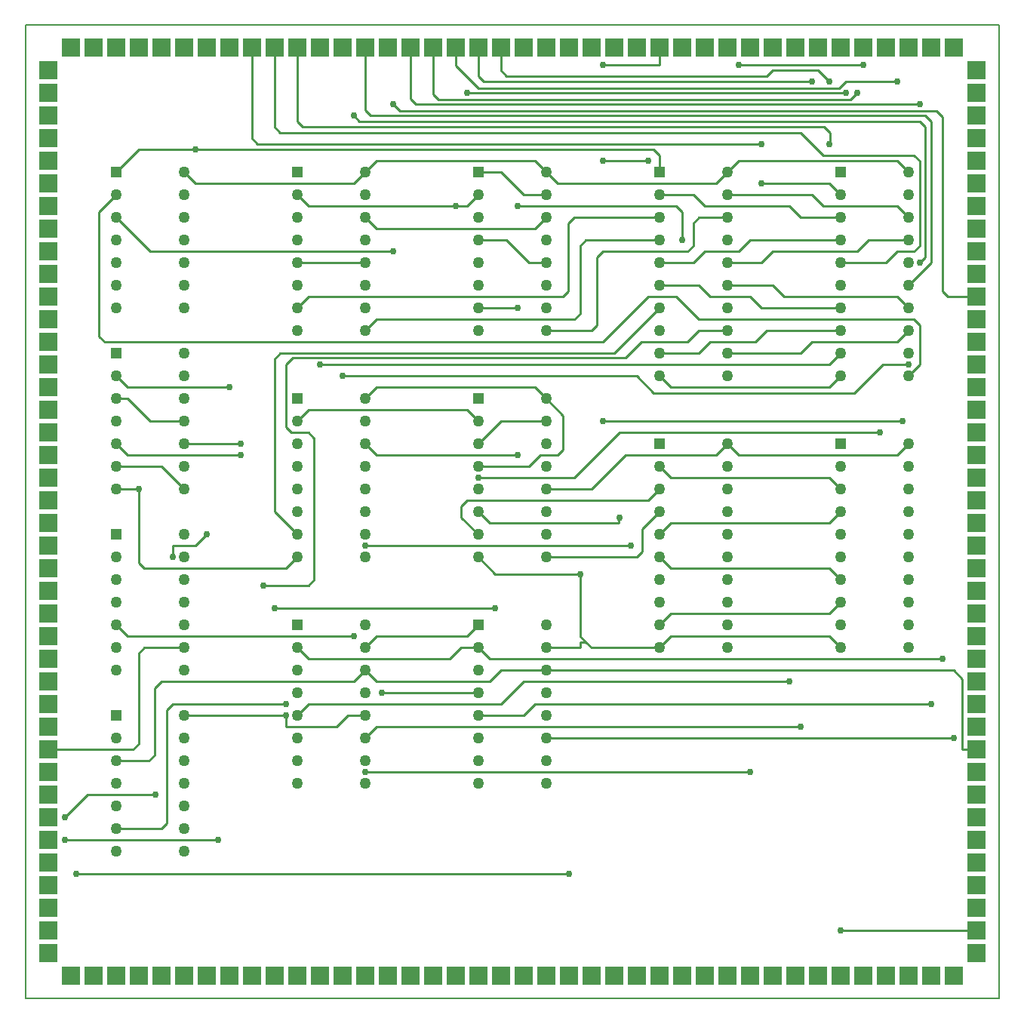
<source format=gbr>
G04 PROTEUS GERBER X2 FILE*
%TF.GenerationSoftware,Labcenter,Proteus,8.13-SP0-Build31525*%
%TF.CreationDate,2022-07-18T15:56:52+00:00*%
%TF.FileFunction,Copper,L1,Top*%
%TF.FilePolarity,Positive*%
%TF.Part,Single*%
%TF.SameCoordinates,{834004b6-de26-4565-9fcf-6b40b17824ff}*%
%FSLAX45Y45*%
%MOMM*%
G01*
%TA.AperFunction,Conductor*%
%ADD10C,0.254000*%
%TA.AperFunction,ViaPad*%
%ADD11C,0.762000*%
%TA.AperFunction,ComponentPad*%
%ADD12R,2.032000X2.032000*%
%TA.AperFunction,ComponentPad*%
%ADD13R,1.270000X1.270000*%
%ADD14C,1.270000*%
%TA.AperFunction,Profile*%
%ADD15C,0.203200*%
%TD.AperFunction*%
D10*
X+1651000Y+3302000D02*
X+2032000Y+3302000D01*
X+2159000Y+3175000D01*
X+3111500Y+3175000D01*
X+3238500Y+3048000D01*
X+3683000Y+3048000D01*
X+1651000Y+2540000D02*
X+2032000Y+2540000D01*
X+2159000Y+2667000D01*
X+2540000Y+2667000D01*
X+2667000Y+2794000D01*
X+3683000Y+2794000D01*
X+1651000Y+2286000D02*
X+2095500Y+2286000D01*
X+2222500Y+2159000D01*
X+2667000Y+2159000D01*
X+2794000Y+2032000D01*
X+3683000Y+2032000D01*
X+1651000Y+1524000D02*
X+2095500Y+1524000D01*
X+2222500Y+1651000D01*
X+2730500Y+1651000D01*
X+2857500Y+1778000D01*
X+3683000Y+1778000D01*
X+2413000Y+1524000D02*
X+3238500Y+1524000D01*
X+3365500Y+1651000D01*
X+4318000Y+1651000D01*
X+4445000Y+1778000D01*
X+2413000Y+2286000D02*
X+2921000Y+2286000D01*
X+3048000Y+2159000D01*
X+4318000Y+2159000D01*
X+4445000Y+2032000D01*
X+2413000Y+2540000D02*
X+2794000Y+2540000D01*
X+2921000Y+2667000D01*
X+3873500Y+2667000D01*
X+4000500Y+2794000D01*
X+4445000Y+2794000D01*
X+4445000Y+3048001D02*
X+4445000Y+3048000D01*
X+4318001Y+3175000D01*
X+3492500Y+3175000D01*
X+3365499Y+3302001D01*
X+2413000Y+3302000D01*
X+2413000Y+3302001D01*
X+1651000Y+254000D02*
X+1778000Y+127000D01*
X+3556000Y+127000D01*
X+3683000Y+0D01*
X+1651000Y-508000D02*
X+1778000Y-381000D01*
X+3556000Y-381000D01*
X+3683000Y-254000D01*
X+1651000Y-762000D02*
X+1778000Y-889000D01*
X+3556000Y-889000D01*
X+3683000Y-1016000D01*
X+1651000Y-1524000D02*
X+1778000Y-1397000D01*
X+3556000Y-1397000D01*
X+3683000Y-1270000D01*
X-4445000Y+1016000D02*
X-4318000Y+1016000D01*
X-4064000Y+762000D01*
X-3683000Y+762000D01*
X-4445000Y+254000D02*
X-3937000Y+254000D01*
X-3683000Y+0D01*
X+2794000Y+3873500D02*
X-2857500Y+3873500D01*
X-2921000Y+3937000D01*
X-2921000Y+4953000D01*
X+2794000Y+3429000D02*
X+3556000Y+3429000D01*
X+3683000Y+3302000D01*
X+3365500Y+4572000D02*
X-317500Y+4572000D01*
X-381000Y+4635500D01*
X-381000Y+4953000D01*
X+3556000Y+4572000D02*
X+3429000Y+4699000D01*
X+2921000Y+4699000D01*
X+2857500Y+4635500D01*
X-63500Y+4635500D01*
X-127000Y+4699000D01*
X-127000Y+4953000D01*
X+3683000Y+2540000D02*
X+4191000Y+2540000D01*
X+4318000Y+2667000D01*
X+4508500Y+2667000D01*
X+4572000Y+2730500D01*
X+4572000Y+3683000D01*
X+4508500Y+3746500D01*
X+3492500Y+3746500D01*
X+3238500Y+4000500D01*
X-2603500Y+4000500D01*
X-2667000Y+4064000D01*
X-2667000Y+4953000D01*
X+3556000Y+3873500D02*
X+3564831Y+3882331D01*
X+3564831Y+4000500D01*
X+3501331Y+4064000D01*
X-2349500Y+4064000D01*
X-2413000Y+4127500D01*
X-2413000Y+4953000D01*
X-2159000Y+1397000D02*
X+3556000Y+1397000D01*
X+3683000Y+1524000D01*
X+4445000Y+1397000D02*
X+4160564Y+1397000D01*
X+3843064Y+1079500D01*
X+1587500Y+1079500D01*
X+1397000Y+1270000D01*
X-1905000Y+1270000D01*
X+4445000Y+2286000D02*
X+4699000Y+2540000D01*
X+4699000Y+4127500D01*
X+4635500Y+4191000D01*
X-1587500Y+4191000D01*
X-1651000Y+4254500D01*
X-1651000Y+4953000D01*
X+4572000Y+2540000D02*
X+4635500Y+2603500D01*
X+4635500Y+4064000D01*
X+4572000Y+4127500D01*
X-1714500Y+4127500D01*
X-1778000Y+4191000D01*
X+4572000Y+4318000D02*
X-1079500Y+4318000D01*
X-1143000Y+4381500D01*
X-1143000Y+4953000D01*
X+3873500Y+4445000D02*
X+3797300Y+4368800D01*
X-825500Y+4368800D01*
X-889000Y+4432300D01*
X-889000Y+4953000D01*
X+4318000Y+4572000D02*
X+3746500Y+4572000D01*
X+3670300Y+4495800D01*
X-381000Y+4495800D01*
X-635000Y+4749800D01*
X-635000Y+4953000D01*
X+1651000Y+3048000D02*
X+698500Y+3048000D01*
X+630690Y+2980190D01*
X+630690Y+2222500D01*
X+567190Y+2159000D01*
X-2286000Y+2159000D01*
X-2413000Y+2032000D01*
X+1651000Y+2794000D02*
X+825500Y+2794000D01*
X+762000Y+2730500D01*
X+762000Y+1968500D01*
X+698500Y+1905000D01*
X-1524000Y+1905000D01*
X-1651000Y+1778000D01*
X-2413000Y-508000D02*
X-2667000Y-254000D01*
X-2667000Y+1460500D01*
X-2603500Y+1524000D01*
X+1143000Y+1524000D01*
X+1651000Y+2032000D01*
X-1651000Y-635000D02*
X+1333500Y-635000D01*
X-2794000Y-1079500D02*
X-2286000Y-1079500D01*
X-2222500Y-1016000D01*
X-2222500Y+571500D01*
X-2286000Y+635000D01*
X-2476500Y+635000D01*
X-2540000Y+698500D01*
X-2540000Y+1397000D01*
X-2463800Y+1473200D01*
X+1270000Y+1473200D01*
X+1447800Y+1651000D01*
X+1968500Y+1651000D01*
X+2095500Y+1778000D01*
X+2413000Y+1778000D01*
X-1651000Y-3175000D02*
X+2667000Y-3175000D01*
X+63500Y+2032000D02*
X-381000Y+2032000D01*
X+1905000Y+2794000D02*
X+1905000Y+3111500D01*
X+1841500Y+3175000D01*
X+63500Y+3175000D01*
X+381000Y+1778000D02*
X+889000Y+1778000D01*
X+952500Y+1841500D01*
X+952500Y+2603500D01*
X+1016000Y+2667000D01*
X+1968500Y+2667000D01*
X+2032000Y+2730500D01*
X+2032000Y+2984500D01*
X+2095501Y+3048001D01*
X+2413000Y+3048000D01*
X+2413000Y+3048001D01*
X-381000Y-508000D02*
X-571500Y-317500D01*
X-571500Y-190500D01*
X-508000Y-127000D01*
X+1524000Y-127000D01*
X+1651000Y+0D01*
X+381000Y-762000D02*
X+1397000Y-762000D01*
X+1460500Y-698500D01*
X+1460500Y-444500D01*
X+1651000Y-254000D01*
X-2667000Y-1333500D02*
X-190500Y-1333500D01*
X+1016000Y+4762500D02*
X+1651000Y+4762500D01*
X+1651000Y+4953000D01*
X+1206500Y-317500D02*
X+1194281Y-329719D01*
X+1194281Y-381000D01*
X-254000Y-381000D01*
X-381000Y-254000D01*
X-3810000Y-762000D02*
X-3810000Y-635000D01*
X-3556000Y-635000D01*
X-3429000Y-508000D01*
X-3175000Y+1143000D02*
X-4318000Y+1143000D01*
X-4445000Y+1270000D01*
X-3048000Y+381000D02*
X-4318000Y+381000D01*
X-4445000Y+508000D01*
X-3048000Y+508000D02*
X-3683000Y+508000D01*
X+635000Y-4318000D02*
X-4889500Y-4318000D01*
X-1778000Y-1651000D02*
X-4318000Y-1651000D01*
X-4445000Y-1524000D01*
X+3111500Y-2159000D02*
X+127000Y-2159000D01*
X-127000Y-2413000D01*
X-2286000Y-2413000D01*
X-2413000Y-2540000D01*
X+3238500Y-2667000D02*
X-1524000Y-2667000D01*
X-1651000Y-2794000D01*
X+3746500Y+4445000D02*
X-508000Y+4445000D01*
X+1524000Y+3683000D02*
X+1016000Y+3683000D01*
X+3937000Y+4762500D02*
X+2540000Y+4762500D01*
X-381000Y+127000D02*
X+698500Y+127000D01*
X+1206500Y+635000D01*
X+4127500Y+635000D01*
X+4381500Y+762000D02*
X+1016000Y+762000D01*
X+4699000Y-2413000D02*
X+254000Y-2413000D01*
X+127000Y-2540000D01*
X-381000Y-2540000D01*
X+4953000Y-2794000D02*
X+381000Y-2794000D01*
X-5016500Y-3937000D02*
X-3302000Y-3937000D01*
X-5016500Y-3683000D02*
X-4762500Y-3429000D01*
X-4000500Y-3429000D01*
X-3683000Y-1778000D02*
X-4127500Y-1778000D01*
X-4191000Y-1841500D01*
X-4191000Y-2857500D01*
X-4254500Y-2921000D01*
X-5207000Y-2921000D01*
X-2413000Y-762000D02*
X-2540000Y-889000D01*
X-4127500Y-889000D01*
X-4191000Y-825500D01*
X-4191000Y+0D01*
X-381000Y+3556000D02*
X-127000Y+3556000D01*
X+126999Y+3302001D01*
X+381000Y+3302000D01*
X+381000Y+3302001D01*
X-381000Y+508000D02*
X-126999Y+762001D01*
X+381000Y+762000D01*
X+381000Y+762001D01*
X+1651000Y+1270000D02*
X+1778000Y+1143000D01*
X+3556000Y+1143000D01*
X+3683000Y+1270000D01*
X+1651000Y-1778000D02*
X+1778000Y-1651000D01*
X+3556000Y-1651000D01*
X+3683000Y-1778000D01*
X+1651000Y-1778000D02*
X+889000Y-1778000D01*
X+825500Y-1714500D01*
X+762000Y-952500D02*
X+762000Y-1651000D01*
X+825500Y-1714500D01*
X+3683000Y-4953000D02*
X+5207000Y-4953000D01*
X+762000Y-1777999D02*
X+762000Y-1714500D01*
X+825500Y-1714500D01*
X-2413000Y+2540000D02*
X-1651000Y+2540000D01*
X+381000Y-1777999D02*
X+381000Y-1778000D01*
X+762000Y-1777999D01*
X-4191000Y+0D02*
X-4445000Y+0D01*
X-381000Y-762000D02*
X-190500Y-952500D01*
X+762000Y-952500D01*
X-1651000Y-1777999D02*
X-1651000Y-1778000D01*
X-1524001Y-1651000D01*
X-508000Y-1651000D01*
X-381000Y-1524000D01*
X+1651000Y+3556000D02*
X+1651000Y+3746500D01*
X+1587500Y+3810000D01*
X-3556000Y+3810000D01*
X-4191000Y+3810000D01*
X-4445000Y+3556000D01*
X-1333500Y+4318000D02*
X-1257300Y+4241800D01*
X+4762500Y+4241800D01*
X+4826000Y+4178300D01*
X+4826000Y+2222500D01*
X+4889500Y+2159000D01*
X+5207000Y+2159000D01*
X-1333500Y+2667000D02*
X-4064000Y+2667000D01*
X-4445000Y+3048000D01*
X+4445000Y+1270000D02*
X+4572000Y+1397000D01*
X+4572000Y+1841500D01*
X+4508500Y+1905000D01*
X+2095500Y+1905000D01*
X+1841500Y+2159000D01*
X+1524000Y+2159000D01*
X+1016000Y+1651000D01*
X-4572000Y+1651000D01*
X-4635500Y+1714500D01*
X-4635500Y+3111500D01*
X-4445000Y+3302000D01*
X+381000Y-2032000D02*
X+4953000Y-2031999D01*
X+5048250Y-2127249D01*
X+5048250Y-2921000D01*
X+5207000Y-2921000D01*
X-1651000Y-2032000D02*
X-1778001Y-2159000D01*
X-3937000Y-2159000D01*
X-4009311Y-2231311D01*
X-4009311Y-2984500D01*
X-4072811Y-3048000D01*
X-4445000Y-3048000D01*
X-1651000Y-2031999D02*
X-1651000Y-2032000D01*
X-1523999Y-2159000D01*
X-254000Y-2159000D01*
X-126999Y-2031999D01*
X+381000Y-2032000D01*
X+381000Y-2031999D01*
X+127000Y+2921000D02*
X-1523999Y+2921000D01*
X-1651000Y+3048000D01*
X-1651000Y+3048001D01*
X+63500Y+381000D02*
X-1523999Y+381000D01*
X-1651000Y+508000D01*
X-1651000Y+508001D01*
X+381000Y+3048001D02*
X+381000Y+3048000D01*
X+253999Y+2921000D01*
X+127000Y+2921000D01*
X-381000Y-1778000D02*
X-254000Y-1905000D01*
X+4826000Y-1905000D01*
X-381000Y+762000D02*
X-508000Y+889000D01*
X-2286000Y+889000D01*
X-2413000Y+762000D01*
X-2413000Y-1778000D02*
X-2286000Y-1905000D01*
X-698500Y-1905000D01*
X-571500Y-1778000D01*
X-381000Y-1778000D01*
X-2540000Y-2413000D02*
X-3810000Y-2413000D01*
X-3873500Y-2476500D01*
X-3873500Y-3746500D01*
X-3937000Y-3810000D01*
X-4445000Y-3810000D01*
X-889000Y+3175000D02*
X-635000Y+3175000D01*
X-1016000Y+3175000D02*
X-2286000Y+3175000D01*
X-2413000Y+3302000D01*
X-889000Y+3175000D02*
X-1016000Y+3175000D01*
X-635000Y+3175000D02*
X-508000Y+3175000D01*
X-381000Y+3302000D01*
X+381000Y+0D02*
X+889000Y+0D01*
X+1270000Y+381000D01*
X+2286000Y+381000D01*
X+2413000Y+508000D01*
X+2540000Y+381000D01*
X+4318000Y+381000D01*
X+4445000Y+508000D01*
X+381000Y+2540000D02*
X+190500Y+2540000D01*
X-63500Y+2794000D01*
X-381000Y+2794000D01*
X-1651000Y-2540000D02*
X-1841500Y-2540000D01*
X-1968500Y-2667000D01*
X-2540000Y-2667000D01*
X-3683000Y-2540000D02*
X-2540000Y-2540000D01*
X+381000Y+1016000D02*
X+571500Y+825500D01*
X+571500Y+444500D01*
X+508000Y+381000D01*
X+317500Y+381000D01*
X+190500Y+254000D01*
X-381000Y+254000D01*
X+2413000Y+3556000D02*
X+2540000Y+3683000D01*
X+4318000Y+3683000D01*
X+4445000Y+3556000D01*
X-1651000Y+3556000D02*
X-1778000Y+3429000D01*
X-3556000Y+3429000D01*
X-3683000Y+3556000D01*
X+381000Y+3556000D02*
X+508000Y+3429000D01*
X+2286000Y+3429000D01*
X+2413000Y+3556000D01*
X+381000Y+1016000D02*
X+254000Y+1143000D01*
X-1524000Y+1143000D01*
X-1651000Y+1016000D01*
X-381000Y-2286000D02*
X-1460500Y-2286000D01*
X-2540000Y-2667000D02*
X-2540000Y-2540000D01*
X-1651000Y+3556000D02*
X-1524000Y+3683000D01*
X+254000Y+3683000D01*
X+381000Y+3556000D01*
D11*
X+2794000Y+3873500D03*
X+2794000Y+3429000D03*
X+3365500Y+4572000D03*
X+3556000Y+4572000D03*
X+3556000Y+3873500D03*
X-2159000Y+1397000D03*
X-1905000Y+1270000D03*
X+4445000Y+1397000D03*
X-1778000Y+4191000D03*
X+4572000Y+2540000D03*
X+4572000Y+4318000D03*
X+3873500Y+4445000D03*
X+4318000Y+4572000D03*
X+1333500Y-635000D03*
X-1651000Y-635000D03*
X-2794000Y-1079500D03*
X+2667000Y-3175000D03*
X-1651000Y-3175000D03*
X+63500Y+2032000D03*
X+63500Y+3175000D03*
X+1905000Y+2794000D03*
X-190500Y-1333500D03*
X-2667000Y-1333500D03*
X+1016000Y+4762500D03*
X+1206500Y-317500D03*
X-3429000Y-508000D03*
X-3810000Y-762000D03*
X-3175000Y+1143000D03*
X-3048000Y+381000D03*
X-3048000Y+508000D03*
X-4889500Y-4318000D03*
X+635000Y-4318000D03*
X-1778000Y-1651000D03*
X+3111500Y-2159000D03*
X+3238500Y-2667000D03*
X-508000Y+4445000D03*
X+3746500Y+4445000D03*
X+1016000Y+3683000D03*
X+1524000Y+3683000D03*
X+2540000Y+4762500D03*
X+3937000Y+4762500D03*
X+4127500Y+635000D03*
X-381000Y+127000D03*
X+1016000Y+762000D03*
X+4381500Y+762000D03*
X+4699000Y-2413000D03*
X+4953000Y-2794000D03*
X-3302000Y-3937000D03*
X-5016500Y-3937000D03*
X-4000500Y-3429000D03*
X-5016500Y-3683000D03*
X+3683000Y-4953000D03*
X+762000Y-952500D03*
X-4191000Y+0D03*
X-3556000Y+3810000D03*
X-1333500Y+4318000D03*
X-1333500Y+2667000D03*
X+63500Y+381000D03*
X+4826000Y-1905000D03*
X-2540000Y-2413000D03*
X-635000Y+3175000D03*
X-2540000Y-2540000D03*
X-1460500Y-2286000D03*
D12*
X-2921000Y+4953000D03*
X-2667000Y+4953000D03*
X-2413000Y+4953000D03*
X-2159000Y+4953000D03*
X-1905000Y+4953000D03*
X-1651000Y+4953000D03*
X-1397000Y+4953000D03*
X-1143000Y+4953000D03*
X-889000Y+4953000D03*
X-635000Y+4953000D03*
X-381000Y+4953000D03*
X-127000Y+4953000D03*
X+127000Y+4953000D03*
X+381000Y+4953000D03*
X+635000Y+4953000D03*
X+889000Y+4953000D03*
X+1143000Y+4953000D03*
X+1397000Y+4953000D03*
X+1651000Y+4953000D03*
X+1905000Y+4953000D03*
X+2159000Y+4953000D03*
X+2413000Y+4953000D03*
X+2667000Y+4953000D03*
X+2921000Y+4953000D03*
X+3175000Y+4953000D03*
X+3429000Y+4953000D03*
X+3683000Y+4953000D03*
X+3937000Y+4953000D03*
X+4191000Y+4953000D03*
X+4445000Y+4953000D03*
X+4699000Y+4953000D03*
X+4953000Y+4953000D03*
X-4953000Y+4953000D03*
X-4699000Y+4953000D03*
X-4445000Y+4953000D03*
X-4191000Y+4953000D03*
X-3937000Y+4953000D03*
X-3683000Y+4953000D03*
X-3429000Y+4953000D03*
X-3175000Y+4953000D03*
X-4953000Y-5461000D03*
X-4699000Y-5461000D03*
X-4445000Y-5461000D03*
X-4191000Y-5461000D03*
X-3937000Y-5461000D03*
X-3683000Y-5461000D03*
X-3429000Y-5461000D03*
X-3175000Y-5461000D03*
X-2921000Y-5461000D03*
X-2667000Y-5461000D03*
X-2413000Y-5461000D03*
X-2159000Y-5461000D03*
X-1905000Y-5461000D03*
X-1651000Y-5461000D03*
X-1397000Y-5461000D03*
X-1143000Y-5461000D03*
X-889000Y-5461000D03*
X-635000Y-5461000D03*
X-381000Y-5461000D03*
X-127000Y-5461000D03*
X+127000Y-5461000D03*
X+381000Y-5461000D03*
X+635000Y-5461000D03*
X+889000Y-5461000D03*
X+1143000Y-5461000D03*
X+1397000Y-5461000D03*
X+1651000Y-5461000D03*
X+1905000Y-5461000D03*
X+2159000Y-5461000D03*
X+2413000Y-5461000D03*
X+2667000Y-5461000D03*
X+2921000Y-5461000D03*
X+3175000Y-5461000D03*
X+3429000Y-5461000D03*
X+3683000Y-5461000D03*
X+3937000Y-5461000D03*
X+4191000Y-5461000D03*
X+4445000Y-5461000D03*
X+4699000Y-5461000D03*
X+4953000Y-5461000D03*
X-5207000Y+4699000D03*
X-5207000Y+4445000D03*
X-5207000Y+4191000D03*
X-5207000Y+3937000D03*
X-5207000Y+3683000D03*
X-5207000Y+3429000D03*
X-5207000Y+3175000D03*
X-5207000Y+2921000D03*
X-5207000Y+2667000D03*
X-5207000Y+2413000D03*
X-5207000Y+2159000D03*
X-5207000Y+1905000D03*
X-5207000Y+1651000D03*
X-5207000Y+1397000D03*
X-5207000Y+1143000D03*
X-5207000Y+889000D03*
X-5207000Y+635000D03*
X-5207000Y+381000D03*
X-5207000Y+127000D03*
X-5207000Y-127000D03*
X-5207000Y-381000D03*
X-5207000Y-635000D03*
X-5207000Y-889000D03*
X-5207000Y-1143000D03*
X-5207000Y-1397000D03*
X-5207000Y-1651000D03*
X-5207000Y-1905000D03*
X-5207000Y-2159000D03*
X-5207000Y-2413000D03*
X-5207000Y-2667000D03*
X-5207000Y-2921000D03*
X-5207000Y-3175000D03*
X-5207000Y-3429000D03*
X-5207000Y-3683000D03*
X-5207000Y-3937000D03*
X-5207000Y-4191000D03*
X-5207000Y-4445000D03*
X-5207000Y-4699000D03*
X-5207000Y-4953000D03*
X-5207000Y-5207000D03*
X+5207000Y+4699000D03*
X+5207000Y+4445000D03*
X+5207000Y+4191000D03*
X+5207000Y+3937000D03*
X+5207000Y+3683000D03*
X+5207000Y+3429000D03*
X+5207000Y+3175000D03*
X+5207000Y+2921000D03*
X+5207000Y+2667000D03*
X+5207000Y+2413000D03*
X+5207000Y+2159000D03*
X+5207000Y+1905000D03*
X+5207000Y+1651000D03*
X+5207000Y+1397000D03*
X+5207000Y+1143000D03*
X+5207000Y+889000D03*
X+5207000Y+635000D03*
X+5207000Y+381000D03*
X+5207000Y+127000D03*
X+5207000Y-127000D03*
X+5207000Y-381000D03*
X+5207000Y-635000D03*
X+5207000Y-889000D03*
X+5207000Y-1143000D03*
X+5207000Y-1397000D03*
X+5207000Y-1651000D03*
X+5207000Y-1905000D03*
X+5207000Y-2159000D03*
X+5207000Y-2413000D03*
X+5207000Y-2667000D03*
X+5207000Y-2921000D03*
X+5207000Y-3175000D03*
X+5207000Y-3429000D03*
X+5207000Y-3683000D03*
X+5207000Y-3937000D03*
X+5207000Y-4191000D03*
X+5207000Y-4445000D03*
X+5207000Y-4699000D03*
X+5207000Y-4953000D03*
X+5207000Y-5207000D03*
D13*
X-4445000Y+3556000D03*
D14*
X-4445000Y+3302000D03*
X-4445000Y+3048000D03*
X-4445000Y+2794000D03*
X-4445000Y+2540000D03*
X-4445000Y+2286000D03*
X-4445000Y+2032000D03*
X-3683000Y+2032000D03*
X-3683000Y+2286000D03*
X-3683000Y+2540000D03*
X-3683000Y+2794000D03*
X-3683000Y+3048000D03*
X-3683000Y+3302000D03*
X-3683000Y+3556000D03*
D13*
X-4445000Y+1524000D03*
D14*
X-4445000Y+1270000D03*
X-4445000Y+1016000D03*
X-4445000Y+762000D03*
X-4445000Y+508000D03*
X-4445000Y+254000D03*
X-4445000Y+0D03*
X-3683000Y+0D03*
X-3683000Y+254000D03*
X-3683000Y+508000D03*
X-3683000Y+762000D03*
X-3683000Y+1016000D03*
X-3683000Y+1270000D03*
X-3683000Y+1524000D03*
D13*
X-4445000Y-508000D03*
D14*
X-4445000Y-762000D03*
X-4445000Y-1016000D03*
X-4445000Y-1270000D03*
X-4445000Y-1524000D03*
X-4445000Y-1778000D03*
X-4445000Y-2032000D03*
X-3683000Y-2032000D03*
X-3683000Y-1778000D03*
X-3683000Y-1524000D03*
X-3683000Y-1270000D03*
X-3683000Y-1016000D03*
X-3683000Y-762000D03*
X-3683000Y-508000D03*
D13*
X-4445000Y-2540000D03*
D14*
X-4445000Y-2794000D03*
X-4445000Y-3048000D03*
X-4445000Y-3302000D03*
X-4445000Y-3556000D03*
X-4445000Y-3810000D03*
X-4445000Y-4064000D03*
X-3683000Y-4064000D03*
X-3683000Y-3810000D03*
X-3683000Y-3556000D03*
X-3683000Y-3302000D03*
X-3683000Y-3048000D03*
X-3683000Y-2794000D03*
X-3683000Y-2540000D03*
D13*
X-2413000Y+3556000D03*
D14*
X-2413000Y+3302000D03*
X-2413000Y+3048000D03*
X-2413000Y+2794000D03*
X-2413000Y+2540000D03*
X-2413000Y+2286000D03*
X-2413000Y+2032000D03*
X-2413000Y+1778000D03*
X-1651000Y+1778000D03*
X-1651000Y+2032000D03*
X-1651000Y+2286000D03*
X-1651000Y+2540000D03*
X-1651000Y+2794000D03*
X-1651000Y+3048000D03*
X-1651000Y+3302000D03*
X-1651000Y+3556000D03*
D13*
X-2413000Y+1016000D03*
D14*
X-2413000Y+762000D03*
X-2413000Y+508000D03*
X-2413000Y+254000D03*
X-2413000Y+0D03*
X-2413000Y-254000D03*
X-2413000Y-508000D03*
X-2413000Y-762000D03*
X-1651000Y-762000D03*
X-1651000Y-508000D03*
X-1651000Y-254000D03*
X-1651000Y+0D03*
X-1651000Y+254000D03*
X-1651000Y+508000D03*
X-1651000Y+762000D03*
X-1651000Y+1016000D03*
D13*
X-2413000Y-1524000D03*
D14*
X-2413000Y-1778000D03*
X-2413000Y-2032000D03*
X-2413000Y-2286000D03*
X-2413000Y-2540000D03*
X-2413000Y-2794000D03*
X-2413000Y-3048000D03*
X-2413000Y-3302000D03*
X-1651000Y-3302000D03*
X-1651000Y-3048000D03*
X-1651000Y-2794000D03*
X-1651000Y-2540000D03*
X-1651000Y-2286000D03*
X-1651000Y-2032000D03*
X-1651000Y-1778000D03*
X-1651000Y-1524000D03*
D13*
X-381000Y+3556000D03*
D14*
X-381000Y+3302000D03*
X-381000Y+3048000D03*
X-381000Y+2794000D03*
X-381000Y+2540000D03*
X-381000Y+2286000D03*
X-381000Y+2032000D03*
X-381000Y+1778000D03*
X+381000Y+1778000D03*
X+381000Y+2032000D03*
X+381000Y+2286000D03*
X+381000Y+2540000D03*
X+381000Y+2794000D03*
X+381000Y+3048000D03*
X+381000Y+3302000D03*
X+381000Y+3556000D03*
D13*
X-381000Y+1016000D03*
D14*
X-381000Y+762000D03*
X-381000Y+508000D03*
X-381000Y+254000D03*
X-381000Y+0D03*
X-381000Y-254000D03*
X-381000Y-508000D03*
X-381000Y-762000D03*
X+381000Y-762000D03*
X+381000Y-508000D03*
X+381000Y-254000D03*
X+381000Y+0D03*
X+381000Y+254000D03*
X+381000Y+508000D03*
X+381000Y+762000D03*
X+381000Y+1016000D03*
D13*
X-381000Y-1524000D03*
D14*
X-381000Y-1778000D03*
X-381000Y-2032000D03*
X-381000Y-2286000D03*
X-381000Y-2540000D03*
X-381000Y-2794000D03*
X-381000Y-3048000D03*
X-381000Y-3302000D03*
X+381000Y-3302000D03*
X+381000Y-3048000D03*
X+381000Y-2794000D03*
X+381000Y-2540000D03*
X+381000Y-2286000D03*
X+381000Y-2032000D03*
X+381000Y-1778000D03*
X+381000Y-1524000D03*
D13*
X+1651000Y+3556000D03*
D14*
X+1651000Y+3302000D03*
X+1651000Y+3048000D03*
X+1651000Y+2794000D03*
X+1651000Y+2540000D03*
X+1651000Y+2286000D03*
X+1651000Y+2032000D03*
X+1651000Y+1778000D03*
X+1651000Y+1524000D03*
X+1651000Y+1270000D03*
X+2413000Y+1270000D03*
X+2413000Y+1524000D03*
X+2413000Y+1778000D03*
X+2413000Y+2032000D03*
X+2413000Y+2286000D03*
X+2413000Y+2540000D03*
X+2413000Y+2794000D03*
X+2413000Y+3048000D03*
X+2413000Y+3302000D03*
X+2413000Y+3556000D03*
D13*
X+1651000Y+508000D03*
D14*
X+1651000Y+254000D03*
X+1651000Y+0D03*
X+1651000Y-254000D03*
X+1651000Y-508000D03*
X+1651000Y-762000D03*
X+1651000Y-1016000D03*
X+1651000Y-1270000D03*
X+1651000Y-1524000D03*
X+1651000Y-1778000D03*
X+2413000Y-1778000D03*
X+2413000Y-1524000D03*
X+2413000Y-1270000D03*
X+2413000Y-1016000D03*
X+2413000Y-762000D03*
X+2413000Y-508000D03*
X+2413000Y-254000D03*
X+2413000Y+0D03*
X+2413000Y+254000D03*
X+2413000Y+508000D03*
D13*
X+3683000Y+3556000D03*
D14*
X+3683000Y+3302000D03*
X+3683000Y+3048000D03*
X+3683000Y+2794000D03*
X+3683000Y+2540000D03*
X+3683000Y+2286000D03*
X+3683000Y+2032000D03*
X+3683000Y+1778000D03*
X+3683000Y+1524000D03*
X+3683000Y+1270000D03*
X+4445000Y+1270000D03*
X+4445000Y+1524000D03*
X+4445000Y+1778000D03*
X+4445000Y+2032000D03*
X+4445000Y+2286000D03*
X+4445000Y+2540000D03*
X+4445000Y+2794000D03*
X+4445000Y+3048000D03*
X+4445000Y+3302000D03*
X+4445000Y+3556000D03*
D13*
X+3683000Y+508000D03*
D14*
X+3683000Y+254000D03*
X+3683000Y+0D03*
X+3683000Y-254000D03*
X+3683000Y-508000D03*
X+3683000Y-762000D03*
X+3683000Y-1016000D03*
X+3683000Y-1270000D03*
X+3683000Y-1524000D03*
X+3683000Y-1778000D03*
X+4445000Y-1778000D03*
X+4445000Y-1524000D03*
X+4445000Y-1270000D03*
X+4445000Y-1016000D03*
X+4445000Y-762000D03*
X+4445000Y-508000D03*
X+4445000Y-254000D03*
X+4445000Y+0D03*
X+4445000Y+254000D03*
X+4445000Y+508000D03*
D15*
X-5461000Y-5715000D02*
X+5461000Y-5715000D01*
X+5461000Y+5207000D01*
X-5461000Y+5207000D01*
X-5461000Y-5715000D01*
M02*

</source>
